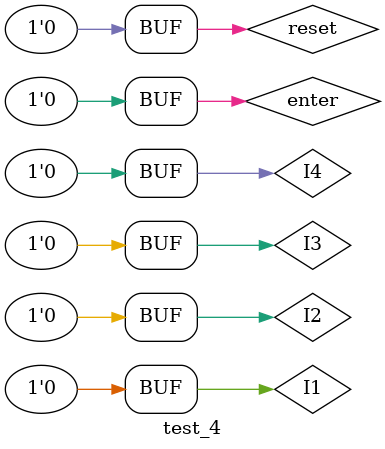
<source format=v>
module test_1; // Very simple testbench to check A = 1234 B = 1234, Winning in the first step.
  reg I1,I2,I3,I4,enter,reset;
  wire win,lose;
  wire equal,bigger,smaller;
  wire [0:3]nums;
  test test_v1(I1,I2,I3,I4,enter,win,lose,reset,equal,bigger,smaller,nums);
  initial begin
    I1 = 0;
    I2 = 0;
    I3 = 0;
    I4 = 0;
    enter = 0;
    reset = 0;
    #5 reset = 1;
    #5 reset = 0;
    #5 I1 = 1;
    #5 I1 = 0;
    #5 I2 = 1;
    #5 I2 = 0;    
    #5 I3 = 1;
    #5 I3 = 0;
    #5 I4 = 1;
    #5 I4 = 0;
    #5 enter = 1;
    #5 enter = 0;
    #5 I1 = 1;
    #5 I1 = 0;
    #5 I2 = 1;
    #5 I2 = 0;    
    #5 I3 = 1;
    #5 I3 = 0;
    #5 I4 = 1;
    #5 I4 = 0;
    #5 enter = 1;
    #5 enter = 0;
    
  end
endmodule
module test_2; // Very simple testbench to check A = 42413 B = 4241, 42413, Winning in the 2nd step.
  reg I1,I2,I3,I4,enter,reset;
  wire win,lose;
  wire equal,bigger,smaller;
  wire [0:3]nums;
  test test_v1(I1,I2,I3,I4,enter,win,lose,reset,equal,bigger,smaller,nums);
  initial begin
    I1 = 0;
    I2 = 0;
    I3 = 0;
    I4 = 0;
    enter = 0;
    reset = 0;
    #5 reset = 1;
    #5 reset = 0;
    #5 I4 = 1;
    #5 I4 = 0;
    #5 I2 = 1;
    #5 I2 = 0;    
    #5 I4 = 1;
    #5 I4 = 0;
    #5 I1 = 1;
    #5 I1 = 0;
    #5 I3 = 1;
    #5 I3 = 0;    
    #5 enter = 1;
    #5 enter = 0;
    #5 I4 = 1;
    #5 I4 = 0;
    #5 I2 = 1;
    #5 I2 = 0;    
    #5 I4 = 1;
    #5 I4 = 0;
    #5 I1 = 1;
    #5 I1 = 0;
    #5 enter = 1;
    #5 enter = 0;
    #5 I4 = 1;
    #5 I4 = 0;
    #5 I2 = 1;
    #5 I2 = 0;    
    #5 I4 = 1;
    #5 I4 = 0;
    #5 I1 = 1;
    #5 I1 = 0;
    #5 I3 = 1;
    #5 I3 = 0;    
    #5 enter = 1;
    #5 enter = 0;    
  end
endmodule
module test_3; // A testbench to check A = 14321 B = 1234, 12341, 14321, winning in the third step.
  reg I1,I2,I3,I4,enter,reset;
  wire win,lose;
  wire equal,bigger,smaller;
  wire [0:3]nums;
  test test_v1(I1,I2,I3,I4,enter,win,lose,reset,equal,bigger,smaller,nums);
  initial begin
    I1 = 0;
    I2 = 0;
    I3 = 0;
    I4 = 0;
    enter = 0;
    reset = 0;
    #5 reset = 1;
    #5 reset = 0;
    #5 I1 = 1;
    #5 I1 = 0;
    #5 I4 = 1;
    #5 I4 = 0;    
    #5 I3 = 1;
    #5 I3 = 0;
    #5 I2 = 1;
    #5 I2 = 0;
    #5 I1 = 1;
    #5 I1 = 0;
    #5 enter = 1;
    #5 enter = 0;
    #5 I1 = 1;
    #5 I1 = 0;
    #5 I2 = 1;
    #5 I2 = 0;    
    #5 I3 = 1;
    #5 I3 = 0;
    #5 I4 = 1;
    #5 I4 = 0;
    #5 enter = 1;
    #5 enter = 0;
    #5 I1 = 1;
    #5 I1 = 0;
    #5 I2 = 1;
    #5 I2 = 0;    
    #5 I3 = 1;
    #5 I3 = 0;
    #5 I4 = 1;
    #5 I4 = 0;
    #5 enter = 1;
    #5 enter = 0;    
    #5 I1 = 1;
    #5 I1 = 0;
    #5 I4 = 1;
    #5 I4 = 0;    
    #5 I3 = 1;
    #5 I3 = 0;
    #5 I2 = 1;
    #5 I2 = 0;
    #5 I1 = 1;
    #5 I1 = 0;
    #5 enter = 1;
    #5 enter = 0;    
  end
endmodule
module test_4; // A testbench to check A = 14321 B = 1234, 12341, 14324, losing.
  reg I1,I2,I3,I4,enter,reset;
  wire win,lose;
  wire equal,bigger,smaller;
  wire [0:3]nums;
  test test_v1(I1,I2,I3,I4,enter,win,lose,reset,equal,bigger,smaller,nums);
  initial begin
    I1 = 0;
    I2 = 0;
    I3 = 0;
    I4 = 0;
    enter = 0;
    reset = 0;
    #5 reset = 1;
    #5 reset = 0;
    #5 I1 = 1;
    #5 I1 = 0;
    #5 I4 = 1;
    #5 I4 = 0;    
    #5 I3 = 1;
    #5 I3 = 0;
    #5 I2 = 1;
    #5 I2 = 0;
    #5 I1 = 1;
    #5 I1 = 0;
    #5 enter = 1;
    #5 enter = 0;
    #5 I1 = 1;
    #5 I1 = 0;
    #5 I2 = 1;
    #5 I2 = 0;    
    #5 I3 = 1;
    #5 I3 = 0;
    #5 I4 = 1;
    #5 I4 = 0;
    #5 enter = 1;
    #5 enter = 0;
    #5 I1 = 1;
    #5 I1 = 0;
    #5 I2 = 1;
    #5 I2 = 0;    
    #5 I3 = 1;
    #5 I3 = 0;
    #5 I4 = 1;
    #5 I4 = 0;
    #5 enter = 1;
    #5 enter = 0;    
    #5 I1 = 1;
    #5 I1 = 0;
    #5 I4 = 1;
    #5 I4 = 0;    
    #5 I3 = 1;
    #5 I3 = 0;
    #5 I2 = 1;
    #5 I2 = 0;
    #5 I4 = 1;
    #5 I4 = 0;
    #5 enter = 1;
    #5 enter = 0;    
  end
endmodule
</source>
